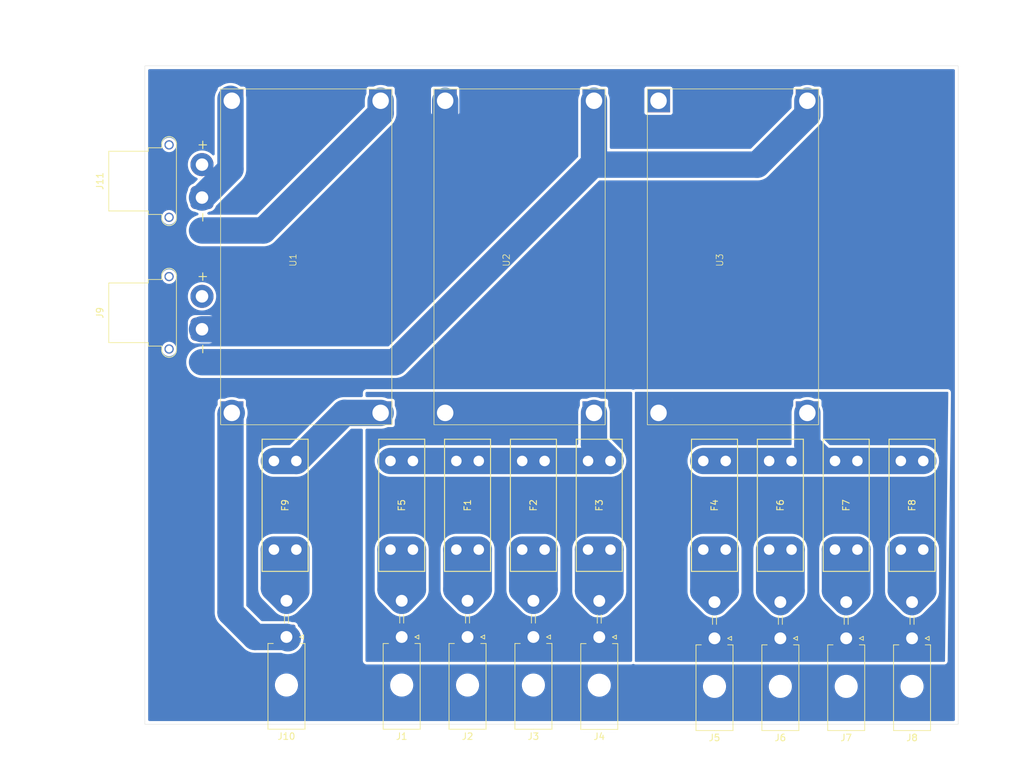
<source format=kicad_pcb>
(kicad_pcb (version 20241229) (generator "pcbnew") (generator_version "9.0")
  (layers (0 "F.Cu" signal) (2 "B.Cu" signal) (13 "F.Paste" user) (15 "B.Paste" user) (5 "F.SilkS" user "F.Silkscreen") (7 "B.SilkS" user "B.Silkscreen") (1 "F.Mask" user) (3 "B.Mask" user) (25 "Edge.Cuts" user))
  (net 0 "")
  (net 1 "Net-(J2-Pin_2)")
  (net 2 "Net-(J3-Pin_2)")
  (net 3 "Net-(J4-Pin_2)")
  (net 4 "Net-(J5-Pin_2)")
  (net 5 "Net-(J1-Pin_2)")
  (net 6 "Net-(J6-Pin_2)")
  (net 7 "Net-(J7-Pin_2)")
  (net 8 "Net-(J8-Pin_2)")
  (net 9 "Net-(U3-OUT+)")
  (net 10 "Net-(J10-Pin_2)")
  (net 11 "Net-(J11-Pin_2)")
  (net 12 "Net-(J9-Pin_2)")
  (net 13 "GND")
  (net 14 "Net-(J10-Pin_1)")
  (net 15 "+5V")
  (net 16 "+12V")
  (net 17 "GND1")
  (net 18 "GND2")
  (footprint "components:XL4015E1_buck_converter_module" (layer "F.Cu") (at 135 79.5 90)
    (property "Reference" "U1" (at 0 -0.5 90) (layer "F.SilkS") (effects (font (thickness 0.1))))
    (property "Value" "~")
    (fp_rect (start -25 -11.5) (end 26 14.5) (stroke (width 0.1)) (fill no) (layer "F.SilkS"))
    (pad "1" thru_hole rect (at -23.2 -9.8 90) (size 3.5 3.5) (drill 2.5) (layers "*.Cu" "*.Mask"))
    (pad "1" thru_hole rect (at -23.2 12.8 90) (size 3.5 3.5) (drill 2.5) (layers "*.Cu" "*.Mask"))
    (pad "1" thru_hole rect (at 24.2 -9.8 90) (size 3.5 3.5) (drill 2.5) (layers "*.Cu" "*.Mask"))
    (pad "1" thru_hole rect (at 24.2 12.8 90) (size 3.5 3.5) (drill 2.5) (layers "*.Cu" "*.Mask"))
  )
  (footprint "Connector_Molex:Molex_Mini-Fit_Jr_5569-02A2_2x01_P4.20mm_Horizontal" (layer "F.Cu") (at 228.5 136.931 180)
    (property "Reference" "J8" (at 0 -15.1 0) (layer "F.SilkS"))
    (property "Value" "Conn_01x02_Socket")
    (fp_line (start 2.81 -0.99) (end 2.81 -14.01) (stroke (width 0.12)) (layer "F.SilkS"))
    (fp_line (start 2.81 -14.01) (end 0 -14.01) (stroke (width 0.12)) (layer "F.SilkS"))
    (fp_line (start 2 -0.99) (end 2.81 -0.99) (stroke (width 0.12)) (layer "F.SilkS"))
    (fp_line (start 0.3 2.11) (end 0.3 3.39) (stroke (width 0.12)) (layer "F.SilkS"))
    (fp_line (start -0.3 2.11) (end -0.3 3.39) (stroke (width 0.12)) (layer "F.SilkS"))
    (fp_line (start -2 0) (end -2.6 0.3) (stroke (width 0.12)) (layer "F.SilkS"))
    (fp_line (start -2 -0.99) (end -2.81 -0.99) (stroke (width 0.12)) (layer "F.SilkS"))
    (fp_line (start -2.6 0.3) (end -2.6 -0.3) (stroke (width 0.12)) (layer "F.SilkS"))
    (fp_line (start -2.6 -0.3) (end -2 0) (stroke (width 0.12)) (layer "F.SilkS"))
    (fp_line (start -2.81 -0.99) (end -2.81 -14.01) (stroke (width 0.12)) (layer "F.SilkS"))
    (fp_line (start -2.81 -14.01) (end 0 -14.01) (stroke (width 0.12)) (layer "F.SilkS"))
    (pad "" np_thru_hole circle (at 0 -7.3 180) (size 3 3) (drill 3) (layers "*.Cu" "*.Mask"))
    (pad "1" thru_hole roundrect (at 0 0 180) (size 2.7 3.7) (drill 1.8) (layers "*.Cu" "*.Mask") (roundrect_rratio 0.092593) (net 18 "GND2"))
    (pad "2" thru_hole oval (at 0 5.5 180) (size 2.7 3.7) (drill 1.8) (layers "*.Cu" "*.Mask") (net 8 "Net-(J8-Pin_2)"))
  )
  (footprint "components:3557-10_KEY" (layer "F.Cu") (at 159.2982 123.462 90)
    (property "Reference" "F1" (at 6.731 1.7018 90) (layer "F.SilkS"))
    (property "Value" "3557-10")
    (fp_line (start 16.764 -1.7907) (end -3.302 -1.7907) (stroke (width 0.1524)) (layer "F.SilkS"))
    (fp_line (start 16.764 -1.7907) (end 16.764 5.1943) (stroke (width 0.1524)) (layer "F.SilkS"))
    (fp_line (start -3.302 -1.7907) (end -3.302 5.1943) (stroke (width 0.1524)) (layer "F.SilkS"))
    (fp_line (start 16.764 5.1943) (end -3.302 5.1943) (stroke (width 0.1524)) (layer "F.SilkS"))
    (pad "1" thru_hole rect (at 0 0 90) (size 2.1082 2.1082) (drill 1.6002) (layers "*.Cu" "*.Mask") (net 1 "Net-(J2-Pin_2)"))
    (pad "2" thru_hole circle (at 0 3.4036 90) (size 2.1082 2.1082) (drill 1.6002) (layers "*.Cu" "*.Mask") (net 1 "Net-(J2-Pin_2)"))
    (pad "3" thru_hole circle (at 13.462 3.4036 90) (size 2.1082 2.1082) (drill 1.6002) (layers "*.Cu" "*.Mask") (net 15 "+5V"))
    (pad "4" thru_hole circle (at 13.462 0 90) (size 2.1082 2.1082) (drill 1.6002) (layers "*.Cu" "*.Mask") (net 15 "+5V"))
  )
  (footprint "components:3557-10_KEY" (layer "F.Cu") (at 179.2982 123.462 90)
    (property "Reference" "F3" (at 6.731 1.7018 90) (layer "F.SilkS"))
    (property "Value" "3557-10")
    (fp_line (start 16.764 -1.7907) (end -3.302 -1.7907) (stroke (width 0.1524)) (layer "F.SilkS"))
    (fp_line (start 16.764 -1.7907) (end 16.764 5.1943) (stroke (width 0.1524)) (layer "F.SilkS"))
    (fp_line (start -3.302 -1.7907) (end -3.302 5.1943) (stroke (width 0.1524)) (layer "F.SilkS"))
    (fp_line (start 16.764 5.1943) (end -3.302 5.1943) (stroke (width 0.1524)) (layer "F.SilkS"))
    (pad "1" thru_hole rect (at 0 0 90) (size 2.1082 2.1082) (drill 1.6002) (layers "*.Cu" "*.Mask") (net 3 "Net-(J4-Pin_2)"))
    (pad "2" thru_hole circle (at 0 3.4036 90) (size 2.1082 2.1082) (drill 1.6002) (layers "*.Cu" "*.Mask") (net 3 "Net-(J4-Pin_2)"))
    (pad "3" thru_hole circle (at 13.462 3.4036 90) (size 2.1082 2.1082) (drill 1.6002) (layers "*.Cu" "*.Mask") (net 15 "+5V"))
    (pad "4" thru_hole circle (at 13.462 0 90) (size 2.1082 2.1082) (drill 1.6002) (layers "*.Cu" "*.Mask") (net 15 "+5V"))
  )
  (footprint "components:3557-10_KEY" (layer "F.Cu") (at 206.7982 123.462 90)
    (property "Reference" "F6" (at 6.731 1.7018 90) (layer "F.SilkS"))
    (property "Value" "3557-10")
    (fp_line (start 16.764 -1.7907) (end -3.302 -1.7907) (stroke (width 0.1524)) (layer "F.SilkS"))
    (fp_line (start 16.764 -1.7907) (end 16.764 5.1943) (stroke (width 0.1524)) (layer "F.SilkS"))
    (fp_line (start -3.302 -1.7907) (end -3.302 5.1943) (stroke (width 0.1524)) (layer "F.SilkS"))
    (fp_line (start 16.764 5.1943) (end -3.302 5.1943) (stroke (width 0.1524)) (layer "F.SilkS"))
    (pad "1" thru_hole rect (at 0 0 90) (size 2.1082 2.1082) (drill 1.6002) (layers "*.Cu" "*.Mask") (net 6 "Net-(J6-Pin_2)"))
    (pad "2" thru_hole circle (at 0 3.4036 90) (size 2.1082 2.1082) (drill 1.6002) (layers "*.Cu" "*.Mask") (net 6 "Net-(J6-Pin_2)"))
    (pad "3" thru_hole circle (at 13.462 3.4036 90) (size 2.1082 2.1082) (drill 1.6002) (layers "*.Cu" "*.Mask") (net 16 "+12V"))
    (pad "4" thru_hole circle (at 13.462 0 90) (size 2.1082 2.1082) (drill 1.6002) (layers "*.Cu" "*.Mask") (net 16 "+12V"))
  )
  (footprint "components:3557-10_KEY" (layer "F.Cu") (at 149.2982 123.462 90)
    (property "Reference" "F5" (at 6.731 1.7018 90) (layer "F.SilkS"))
    (property "Value" "3557-10")
    (fp_line (start 16.764 -1.7907) (end -3.302 -1.7907) (stroke (width 0.1524)) (layer "F.SilkS"))
    (fp_line (start 16.764 -1.7907) (end 16.764 5.1943) (stroke (width 0.1524)) (layer "F.SilkS"))
    (fp_line (start -3.302 -1.7907) (end -3.302 5.1943) (stroke (width 0.1524)) (layer "F.SilkS"))
    (fp_line (start 16.764 5.1943) (end -3.302 5.1943) (stroke (width 0.1524)) (layer "F.SilkS"))
    (pad "1" thru_hole rect (at 0 0 90) (size 2.1082 2.1082) (drill 1.6002) (layers "*.Cu" "*.Mask") (net 5 "Net-(J1-Pin_2)"))
    (pad "2" thru_hole circle (at 0 3.4036 90) (size 2.1082 2.1082) (drill 1.6002) (layers "*.Cu" "*.Mask") (net 5 "Net-(J1-Pin_2)"))
    (pad "3" thru_hole circle (at 13.462 3.4036 90) (size 2.1082 2.1082) (drill 1.6002) (layers "*.Cu" "*.Mask") (net 15 "+5V"))
    (pad "4" thru_hole circle (at 13.462 0 90) (size 2.1082 2.1082) (drill 1.6002) (layers "*.Cu" "*.Mask") (net 15 "+5V"))
  )
  (footprint "components:3557-10_KEY" (layer "F.Cu") (at 226.7982 123.462 90)
    (property "Reference" "F8" (at 6.731 1.7018 90) (layer "F.SilkS"))
    (property "Value" "3557-10")
    (fp_line (start 16.764 -1.7907) (end -3.302 -1.7907) (stroke (width 0.1524)) (layer "F.SilkS"))
    (fp_line (start 16.764 -1.7907) (end 16.764 5.1943) (stroke (width 0.1524)) (layer "F.SilkS"))
    (fp_line (start -3.302 -1.7907) (end -3.302 5.1943) (stroke (width 0.1524)) (layer "F.SilkS"))
    (fp_line (start 16.764 5.1943) (end -3.302 5.1943) (stroke (width 0.1524)) (layer "F.SilkS"))
    (pad "1" thru_hole rect (at 0 0 90) (size 2.1082 2.1082) (drill 1.6002) (layers "*.Cu" "*.Mask") (net 8 "Net-(J8-Pin_2)"))
    (pad "2" thru_hole circle (at 0 3.4036 90) (size 2.1082 2.1082) (drill 1.6002) (layers "*.Cu" "*.Mask") (net 8 "Net-(J8-Pin_2)"))
    (pad "3" thru_hole circle (at 13.462 3.4036 90) (size 2.1082 2.1082) (drill 1.6002) (layers "*.Cu" "*.Mask") (net 16 "+12V"))
    (pad "4" thru_hole circle (at 13.462 0 90) (size 2.1082 2.1082) (drill 1.6002) (layers "*.Cu" "*.Mask") (net 16 "+12V"))
  )
  (footprint "Connector_Molex:Molex_Mini-Fit_Jr_5569-02A2_2x01_P4.20mm_Horizontal" (layer "F.Cu") (at 181 136.75 180)
    (property "Reference" "J4" (at 0 -15.1 0) (layer "F.SilkS"))
    (property "Value" "Conn_01x02_Socket")
    (fp_line (start 2.81 -0.99) (end 2.81 -14.01) (stroke (width 0.12)) (layer "F.SilkS"))
    (fp_line (start 2.81 -14.01) (end 0 -14.01) (stroke (width 0.12)) (layer "F.SilkS"))
    (fp_line (start 2 -0.99) (end 2.81 -0.99) (stroke (width 0.12)) (layer "F.SilkS"))
    (fp_line (start 0.3 2.11) (end 0.3 3.39) (stroke (width 0.12)) (layer "F.SilkS"))
    (fp_line (start -0.3 2.11) (end -0.3 3.39) (stroke (width 0.12)) (layer "F.SilkS"))
    (fp_line (start -2 0) (end -2.6 0.3) (stroke (width 0.12)) (layer "F.SilkS"))
    (fp_line (start -2 -0.99) (end -2.81 -0.99) (stroke (width 0.12)) (layer "F.SilkS"))
    (fp_line (start -2.6 0.3) (end -2.6 -0.3) (stroke (width 0.12)) (layer "F.SilkS"))
    (fp_line (start -2.6 -0.3) (end -2 0) (stroke (width 0.12)) (layer "F.SilkS"))
    (fp_line (start -2.81 -0.99) (end -2.81 -14.01) (stroke (width 0.12)) (layer "F.SilkS"))
    (fp_line (start -2.81 -14.01) (end 0 -14.01) (stroke (width 0.12)) (layer "F.SilkS"))
    (pad "" np_thru_hole circle (at 0 -7.3 180) (size 3 3) (drill 3) (layers "*.Cu" "*.Mask"))
    (pad "1" thru_hole roundrect (at 0 0 180) (size 2.7 3.7) (drill 1.8) (layers "*.Cu" "*.Mask") (roundrect_rratio 0.092593) (net 17 "GND1"))
    (pad "2" thru_hole oval (at 0 5.5 180) (size 2.7 3.7) (drill 1.8) (layers "*.Cu" "*.Mask") (net 3 "Net-(J4-Pin_2)"))
  )
  (footprint "Connector_Molex:Molex_Mini-Fit_Jr_5569-02A2_2x01_P4.20mm_Horizontal" (layer "F.Cu") (at 133.5 136.725 180)
    (property "Reference" "J10" (at 0 -15.1 0) (layer "F.SilkS"))
    (property "Value" "Conn_01x02_Socket")
    (fp_line (start 2.81 -0.99) (end 2.81 -14.01) (stroke (width 0.12)) (layer "F.SilkS"))
    (fp_line (start 2.81 -14.01) (end 0 -14.01) (stroke (width 0.12)) (layer "F.SilkS"))
    (fp_line (start 2 -0.99) (end 2.81 -0.99) (stroke (width 0.12)) (layer "F.SilkS"))
    (fp_line (start 0.3 2.11) (end 0.3 3.39) (stroke (width 0.12)) (layer "F.SilkS"))
    (fp_line (start -0.3 2.11) (end -0.3 3.39) (stroke (width 0.12)) (layer "F.SilkS"))
    (fp_line (start -2 0) (end -2.6 0.3) (stroke (width 0.12)) (layer "F.SilkS"))
    (fp_line (start -2 -0.99) (end -2.81 -0.99) (stroke (width 0.12)) (layer "F.SilkS"))
    (fp_line (start -2.6 0.3) (end -2.6 -0.3) (stroke (width 0.12)) (layer "F.SilkS"))
    (fp_line (start -2.6 -0.3) (end -2 0) (stroke (width 0.12)) (layer "F.SilkS"))
    (fp_line (start -2.81 -0.99) (end -2.81 -14.01) (stroke (width 0.12)) (layer "F.SilkS"))
    (fp_line (start -2.81 -14.01) (end 0 -14.01) (stroke (width 0.12)) (layer "F.SilkS"))
    (pad "" np_thru_hole circle (at 0 -7.3 180) (size 3 3) (drill 3) (layers "*.Cu" "*.Mask"))
    (pad "1" thru_hole roundrect (at 0 0 180) (size 2.7 3.7) (drill 1.8) (layers "*.Cu" "*.Mask") (roundrect_rratio 0.092593) (net 14 "Net-(J10-Pin_1)"))
    (pad "2" thru_hole oval (at 0 5.5 180) (size 2.7 3.7) (drill 1.8) (layers "*.Cu" "*.Mask") (net 10 "Net-(J10-Pin_2)"))
  )
  (footprint "Connector_Molex:Molex_Mini-Fit_Jr_5569-02A2_2x01_P4.20mm_Horizontal" (layer "F.Cu") (at 198.5 136.931 180)
    (property "Reference" "J5" (at 0 -15.1 0) (layer "F.SilkS"))
    (property "Value" "Conn_01x02_Socket")
    (fp_line (start 2.81 -0.99) (end 2.81 -14.01) (stroke (width 0.12)) (layer "F.SilkS"))
    (fp_line (start 2.81 -14.01) (end 0 -14.01) (stroke (width 0.12)) (layer "F.SilkS"))
    (fp_line (start 2 -0.99) (end 2.81 -0.99) (stroke (width 0.12)) (layer "F.SilkS"))
    (fp_line (start 0.3 2.11) (end 0.3 3.39) (stroke (width 0.12)) (layer "F.SilkS"))
    (fp_line (start -0.3 2.11) (end -0.3 3.39) (stroke (width 0.12)) (layer "F.SilkS"))
    (fp_line (start -2 0) (end -2.6 0.3) (stroke (width 0.12)) (layer "F.SilkS"))
    (fp_line (start -2 -0.99) (end -2.81 -0.99) (stroke (width 0.12)) (layer "F.SilkS"))
    (fp_line (start -2.6 0.3) (end -2.6 -0.3) (stroke (width 0.12)) (layer "F.SilkS"))
    (fp_line (start -2.6 -0.3) (end -2 0) (stroke (width 0.12)) (layer "F.SilkS"))
    (fp_line (start -2.81 -0.99) (end -2.81 -14.01) (stroke (width 0.12)) (layer "F.SilkS"))
    (fp_line (start -2.81 -14.01) (end 0 -14.01) (stroke (width 0.12)) (layer "F.SilkS"))
    (pad "" np_thru_hole circle (at 0 -7.3 180) (size 3 3) (drill 3) (layers "*.Cu" "*.Mask"))
    (pad "1" thru_hole roundrect (at 0 0 180) (size 2.7 3.7) (drill 1.8) (layers "*.Cu" "*.Mask") (roundrect_rratio 0.092593) (net 18 "GND2"))
    (pad "2" thru_hole oval (at 0 5.5 180) (size 2.7 3.7) (drill 1.8) (layers "*.Cu" "*.Mask") (net 4 "Net-(J5-Pin_2)"))
  )
  (footprint "components:XL4015E1_buck_converter_module" (layer "F.Cu") (at 167.4 79.5 90)
    (property "Reference" "U2" (at 0 -0.5 90) (layer "F.SilkS") (effects (font (thickness 0.1))))
    (property "Value" "~")
    (fp_rect (start -25 -11.5) (end 26 14.5) (stroke (width 0.1)) (fill no) (layer "F.SilkS"))
    (pad "1" thru_hole rect (at -23.2 -9.8 90) (size 3.5 3.5) (drill 2.5) (layers "*.Cu" "*.Mask") (net 17 "GND1"))
    (pad "1" thru_hole rect (at -23.2 12.8 90) (size 3.5 3.5) (drill 2.5) (layers "*.Cu" "*.Mask"))
    (pad "1" thru_hole rect (at 24.2 -9.8 90) (size 3.5 3.5) (drill 2.5) (layers "*.Cu" "*.Mask"))
    (pad "1" thru_hole rect (at 24.2 12.8 90) (size 3.5 3.5) (drill 2.5) (layers "*.Cu" "*.Mask"))
  )
  (footprint "Connector_AMASS:AMASS_XT30PW-F_1x02_P2.50mm_Horizontal" (layer "F.Cu") (at 120.675 70 90)
    (property "Reference" "J11" (at 2.5 -15.5 90) (layer "F.SilkS"))
    (property "Value" "Conn_01x02_Socket")
    (fp_line (start 7.03 -14.16) (end 7.03 -8.16) (stroke (width 0.12)) (layer "F.SilkS"))
    (fp_line (start -2.03 -14.16) (end 7 -14.16) (stroke (width 0.12)) (layer "F.SilkS"))
    (fp_line (start -2.03 -14.16) (end -2.03 -8.16) (stroke (width 0.12)) (layer "F.SilkS"))
    (fp_line (start 7.56 -8.16) (end 7.56 -6.11) (stroke (width 0.12)) (layer "F.SilkS"))
    (fp_line (start 7.03 -8.16) (end 7.56 -8.16) (stroke (width 0.12)) (layer "F.SilkS"))
    (fp_line (start -2.56 -8.16) (end -2.03 -8.16) (stroke (width 0.12)) (layer "F.SilkS"))
    (fp_line (start -2.56 -8.16) (end -2.56 -6.11) (stroke (width 0.12)) (layer "F.SilkS"))
    (fp_line (start 7.56 -6.11) (end 8.26 -6.11) (stroke (width 0.12)) (layer "F.SilkS"))
    (fp_line (start -3.26 -6.11) (end -2.56 -6.11) (stroke (width 0.12)) (layer "F.SilkS"))
    (fp_line (start -3.26 -3.89) (end 8.26 -3.89) (stroke (width 0.12)) (layer "F.SilkS"))
    (fp_arc (start 8.15 -6.11) (mid 9.26 -5) (end 8.15 -3.89) (stroke (width 0.12)) (layer "F.SilkS"))
    (fp_arc (start -3.321729 -3.903365) (mid -4.256653 -5.086124) (end -3.15 -6.11) (stroke (width 0.12)) (layer "F.SilkS"))
    (fp_text user "+" (at 8 0 90) (layer "F.SilkS") (effects (font (size 1.5 1.5))))
    (fp_text user "-" (at -3 0 90) (layer "F.SilkS") (effects (font (size 1.5 1.5))))
    (pad "" thru_hole circle (at -3 -5 180) (size 1.4 1.4) (drill 1) (layers "*.Cu" "*.Mask"))
    (pad "" thru_hole circle (at 8 -5 90) (size 1.4 1.4) (drill 1) (layers "*.Cu" "*.Mask"))
    (pad "1" thru_hole roundrect (at 0 0 90) (size 3.5 3.5) (drill 1.9) (layers "*.Cu" "*.Mask") (roundrect_rratio 0.22) (net 14 "Net-(J10-Pin_1)"))
    (pad "2" thru_hole circle (at 5 0 90) (size 3.5 3.5) (drill 1.9) (layers "*.Cu" "*.Mask") (net 11 "Net-(J11-Pin_2)"))
  )
  (footprint "Connector_Molex:Molex_Mini-Fit_Jr_5569-02A2_2x01_P4.20mm_Horizontal" (layer "F.Cu") (at 171 136.731 180)
    (property "Reference" "J3" (at 0 -15.1 0) (layer "F.SilkS"))
    (property "Value" "Conn_01x02_Socket")
    (fp_line (start 2.81 -0.99) (end 2.81 -14.01) (stroke (width 0.12)) (layer "F.SilkS"))
    (fp_line (start 2.81 -14.01) (end 0 -14.01) (stroke (width 0.12)) (layer "F.SilkS"))
    (fp_line (start 2 -0.99) (end 2.81 -0.99) (stroke (width 0.12)) (layer "F.SilkS"))
    (fp_line (start 0.3 2.11) (end 0.3 3.39) (stroke (width 0.12)) (layer "F.SilkS"))
    (fp_line (start -0.3 2.11) (end -0.3 3.39) (stroke (width 0.12)) (layer "F.SilkS"))
    (fp_line (start -2 0) (end -2.6 0.3) (stroke (width 0.12)) (layer "F.SilkS"))
    (fp_line (start -2 -0.99) (end -2.81 -0.99) (stroke (width 0.12)) (layer "F.SilkS"))
    (fp_line (start -2.6 0.3) (end -2.6 -0.3) (stroke (width 0.12)) (layer "F.SilkS"))
    (fp_line (start -2.6 -0.3) (end -2 0) (stroke (width 0.12)) (layer "F.SilkS"))
    (fp_line (start -2.81 -0.99) (end -2.81 -14.01) (stroke (width 0.12)) (layer "F.SilkS"))
    (fp_line (start -2.81 -14.01) (end 0 -14.01) (stroke (width 0.12)) (layer "F.SilkS"))
    (pad "" np_thru_hole circle (at 0 -7.3 180) (size 3 3) (drill 3) (layers "*.Cu" "*.Mask"))
    (pad "1" thru_hole roundrect (at 0 0 180) (size 2.7 3.7) (drill 1.8) (layers "*.Cu" "*.Mask") (roundrect_rratio 0.092593) (net 17 "GND1"))
    (pad "2" thru_hole oval (at 0 5.5 180) (size 2.7 3.7) (drill 1.8) (layers "*.Cu" "*.Mask") (net 2 "Net-(J3-Pin_2)"))
  )
  (footprint "Connector_Molex:Molex_Mini-Fit_Jr_5569-02A2_2x01_P4.20mm_Horizontal" (layer "F.Cu") (at 218.5 136.931 180)
    (property "Reference" "J7" (at 0 -15.1 0) (layer "F.SilkS"))
    (property "Value" "Conn_01x02_Socket")
    (fp_line (start 2.81 -0.99) (end 2.81 -14.01) (stroke (width 0.12)) (layer "F.SilkS"))
    (fp_line (start 2.81 -14.01) (end 0 -14.01) (stroke (width 0.12)) (layer "F.SilkS"))
    (fp_line (start 2 -0.99) (end 2.81 -0.99) (stroke (width 0.12)) (layer "F.SilkS"))
    (fp_line (start 0.3 2.11) (end 0.3 3.39) (stroke (width 0.12)) (layer "F.SilkS"))
    (fp_line (start -0.3 2.11) (end -0.3 3.39) (stroke (width 0.12)) (layer "F.SilkS"))
    (fp_line (start -2 0) (end -2.6 0.3) (stroke (width 0.12)) (layer "F.SilkS"))
    (fp_line (start -2 -0.99) (end -2.81 -0.99) (stroke (width 0.12)) (layer "F.SilkS"))
    (fp_line (start -2.6 0.3) (end -2.6 -0.3) (stroke (width 0.12)) (layer "F.SilkS"))
    (fp_line (start -2.6 -0.3) (end -2 0) (stroke (width 0.12)) (layer "F.SilkS"))
    (fp_line (start -2.81 -0.99) (end -2.81 -14.01) (stroke (width 0.12)) (layer "F.SilkS"))
    (fp_line (start -2.81 -14.01) (end 0 -14.01) (stroke (width 0.12)) (layer "F.SilkS"))
    (pad "" np_thru_hole circle (at 0 -7.3 180) (size 3 3) (drill 3) (layers "*.Cu" "*.Mask"))
    (pad "1" thru_hole roundrect (at 0 0 180) (size 2.7 3.7) (drill 1.8) (layers "*.Cu" "*.Mask") (roundrect_rratio 0.092593) (net 18 "GND2"))
    (pad "2" thru_hole oval (at 0 5.5 180) (size 2.7 3.7) (drill 1.8) (layers "*.Cu" "*.Mask") (net 7 "Net-(J7-Pin_2)"))
  )
  (footprint "Connector_Molex:Molex_Mini-Fit_Jr_5569-02A2_2x01_P4.20mm_Horizontal" (layer "F.Cu") (at 151 136.731 180)
    (property "Reference" "J1" (at 0 -15.1 0) (layer "F.SilkS"))
    (property "Value" "Conn_01x02_Socket")
    (fp_line (start 2.81 -0.99) (end 2.81 -14.01) (stroke (width 0.12)) (layer "F.SilkS"))
    (fp_line (start 2.81 -14.01) (end 0 -14.01) (stroke (width 0.12)) (layer "F.SilkS"))
    (fp_line (start 2 -0.99) (end 2.81 -0.99) (stroke (width 0.12)) (layer "F.SilkS"))
    (fp_line (start 0.3 2.11) (end 0.3 3.39) (stroke (width 0.12)) (layer "F.SilkS"))
    (fp_line (start -0.3 2.11) (end -0.3 3.39) (stroke (width 0.12)) (layer "F.SilkS"))
    (fp_line (start -2 0) (end -2.6 0.3) (stroke (width 0.12)) (layer "F.SilkS"))
    (fp_line (start -2 -0.99) (end -2.81 -0.99) (stroke (width 0.12)) (layer "F.SilkS"))
    (fp_line (start -2.6 0.3) (end -2.6 -0.3) (stroke (width 0.12)) (layer "F.SilkS"))
    (fp_line (start -2.6 -0.3) (end -2 0) (stroke (width 0.12)) (layer "F.SilkS"))
    (fp_line (start -2.81 -0.99) (end -2.81 -14.01) (stroke (width 0.12)) (layer "F.SilkS"))
    (fp_line (start -2.81 -14.01) (end 0 -14.01) (stroke (width 0.12)) (layer "F.SilkS"))
    (pad "" np_thru_hole circle (at 0 -7.3 180) (size 3 3) (drill 3) (layers "*.Cu" "*.Mask"))
    (pad "1" thru_hole roundrect (at 0 0 180) (size 2.7 3.7) (drill 1.8) (layers "*.Cu" "*.Mask") (roundrect_rratio 0.092593) (net 17 "GND1"))
    (pad "2" thru_hole oval (at 0 5.5 180) (size 2.7 3.7) (drill 1.8) (layers "*.Cu" "*.Mask") (net 5 "Net-(J1-Pin_2)"))
  )
  (footprint "components:3557-10_KEY" (layer "F.Cu") (at 131.5964 123.462 90)
    (property "Reference" "F9" (at 6.731 1.7018 90) (layer "F.SilkS"))
    (property "Value" "3557-10")
    (fp_line (start 16.764 -1.7907) (end -3.302 -1.7907) (stroke (width 0.1524)) (layer "F.SilkS"))
    (fp_line (start 16.764 -1.7907) (end 16.764 5.1943) (stroke (width 0.1524)) (layer "F.SilkS"))
    (fp_line (start -3.302 -1.7907) (end -3.302 5.1943) (stroke (width 0.1524)) (layer "F.SilkS"))
    (fp_line (start 16.764 5.1943) (end -3.302 5.1943) (stroke (width 0.1524)) (layer "F.SilkS"))
    (pad "1" thru_hole rect (at 0 0 90) (size 2.1082 2.1082) (drill 1.6002) (layers "*.Cu" "*.Mask") (net 10 "Net-(J10-Pin_2)"))
    (pad "2" thru_hole circle (at 0 3.4036 90) (size 2.1082 2.1082) (drill 1.6002) (layers "*.Cu" "*.Mask") (net 10 "Net-(J10-Pin_2)"))
    (pad "3" thru_hole circle (at 13.462 3.4036 90) (size 2.1082 2.1082) (drill 1.6002) (layers "*.Cu" "*.Mask") (net 9 "Net-(U3-OUT+)"))
    (pad "4" thru_hole circle (at 13.462 0 90) (size 2.1082 2.1082) (drill 1.6002) (layers "*.Cu" "*.Mask") (net 9 "Net-(U3-OUT+)"))
  )
  (footprint "components:3557-10_KEY" (layer "F.Cu") (at 216.7982 123.462 90)
    (property "Reference" "F7" (at 6.731 1.7018 90) (layer "F.SilkS"))
    (property "Value" "3557-10")
    (fp_line (start 16.764 -1.7907) (end -3.302 -1.7907) (stroke (width 0.1524)) (layer "F.SilkS"))
    (fp_line (start 16.764 -1.7907) (end 16.764 5.1943) (stroke (width 0.1524)) (layer "F.SilkS"))
    (fp_line (start -3.302 -1.7907) (end -3.302 5.1943) (stroke (width 0.1524)) (layer "F.SilkS"))
    (fp_line (start 16.764 5.1943) (end -3.302 5.1943) (stroke (width 0.1524)) (layer "F.SilkS"))
    (pad "1" thru_hole rect (at 0 0 90) (size 2.1082 2.1082) (drill 1.6002) (layers "*.Cu" "*.Mask") (net 7 "Net-(J7-Pin_2)"))
    (pad "2" thru_hole circle (at 0 3.4036 90) (size 2.1082 2.1082) (drill 1.6002) (layers "*.Cu" "*.Mask") (net 7 "Net-(J7-Pin_2)"))
    (pad "3" thru_hole circle (at 13.462 3.4036 90) (size 2.1082 2.1082) (drill 1.6002) (layers "*.Cu" "*.Mask") (net 16 "+12V"))
    (pad "4" thru_hole circle (at 13.462 0 90) (size 2.1082 2.1082) (drill 1.6002) (layers "*.Cu" "*.Mask") (net 16 "+12V"))
  )
  (footprint "Connector_Molex:Molex_Mini-Fit_Jr_5569-02A2_2x01_P4.20mm_Horizontal" (layer "F.Cu") (at 208.5 136.931 180)
    (property "Reference" "J6" (at 0 -15.1 0) (layer "F.SilkS"))
    (property "Value" "Conn_01x02_Socket")
    (fp_line (start 2.81 -0.99) (end 2.81 -14.01) (stroke (width 0.12)) (layer "F.SilkS"))
    (fp_line (start 2.81 -14.01) (end 0 -14.01) (stroke (width 0.12)) (layer "F.SilkS"))
    (fp_line (start 2 -0.99) (end 2.81 -0.99) (stroke (width 0.12)) (layer "F.SilkS"))
    (fp_line (start 0.3 2.11) (end 0.3 3.39) (stroke (width 0.12)) (layer "F.SilkS"))
    (fp_line (start -0.3 2.11) (end -0.3 3.39) (stroke (width 0.12)) (layer "F.SilkS"))
    (fp_line (start -2 0) (end -2.6 0.3) (stroke (width 0.12)) (layer "F.SilkS"))
    (fp_line (start -2 -0.99) (end -2.81 -0.99) (stroke (width 0.12)) (layer "F.SilkS"))
    (fp_line (start -2.6 0.3) (end -2.6 -0.3) (stroke (width 0.12)) (layer "F.SilkS"))
    (fp_line (start -2.6 -0.3) (end -2 0) (stroke (width 0.12)) (layer "F.SilkS"))
    (fp_line (start -2.81 -0.99) (end -2.81 -14.01) (stroke (width 0.12)) (layer "F.SilkS"))
    (fp_line (start -2.81 -14.01) (end 0 -14.01) (stroke (width 0.12)) (layer "F.SilkS"))
    (pad "" np_thru_hole circle (at 0 -7.3 180) (size 3 3) (drill 3) (layers "*.Cu" "*.Mask"))
    (pad "1" thru_hole roundrect (at 0 0 180) (size 2.7 3.7) (drill 1.8) (layers "*.Cu" "*.Mask") (roundrect_rratio 0.092593) (net 18 "GND2"))
    (pad "2" thru_hole oval (at 0 5.5 180) (size 2.7 3.7) (drill 1.8) (layers "*.Cu" "*.Mask") (net 6 "Net-(J6-Pin_2)"))
  )
  (footprint "Connector_Molex:Molex_Mini-Fit_Jr_5569-02A2_2x01_P4.20mm_Horizontal" (layer "F.Cu") (at 161 136.731 180)
    (property "Reference" "J2" (at 0 -15.1 0) (layer "F.SilkS"))
    (property "Value" "Conn_01x02_Socket")
    (fp_line (start 2.81 -0.99) (end 2.81 -14.01) (stroke (width 0.12)) (layer "F.SilkS"))
    (fp_line (start 2.81 -14.01) (end 0 -14.01) (stroke (width 0.12)) (layer "F.SilkS"))
    (fp_line (start 2 -0.99) (end 2.81 -0.99) (stroke (width 0.12)) (layer "F.SilkS"))
    (fp_line (start 0.3 2.11) (end 0.3 3.39) (stroke (width 0.12)) (layer "F.SilkS"))
    (fp_line (start -0.3 2.11) (end -0.3 3.39) (stroke (width 0.12)) (layer "F.SilkS"))
    (fp_line (start -2 0) (end -2.6 0.3) (stroke (width 0.12)) (layer "F.SilkS"))
    (fp_line (start -2 -0.99) (end -2.81 -0.99) (stroke (width 0.12)) (layer "F.SilkS"))
    (fp_line (start -2.6 0.3) (end -2.6 -0.3) (stroke (width 0.12)) (layer "F.SilkS"))
    (fp_line (start -2.6 -0.3) (end -2 0) (stroke (width 0.12)) (layer "F.SilkS"))
    (fp_line (start -2.81 -0.99) (end -2.81 -14.01) (stroke (width 0.12)) (layer "F.SilkS"))
    (fp_line (start -2.81 -14.01) (end 0 -14.01) (stroke (width 0.12)) (layer "F.SilkS"))
    (pad "" np_thru_hole circle (at 0 -7.3 180) (size 3 3) (drill 3) (layers "*.Cu" "*.Mask"))
    (pad "1" thru_hole roundrect (at 0 0 180) (size 2.7 3.7) (drill 1.8) (layers "*.Cu" "*.Mask") (roundrect_rratio 0.092593) (net 17 "GND1"))
    (pad "2" thru_hole oval (at 0 5.5 180) (size 2.7 3.7) (drill 1.8) (layers "*.Cu" "*.Mask") (net 1 "Net-(J2-Pin_2)"))
  )
  (footprint "Connector_AMASS:AMASS_XT30PW-F_1x02_P2.50mm_Horizontal" (layer "F.Cu") (at 120.675 90 90)
    (property "Reference" "J9" (at 2.5 -15.5 90) (layer "F.SilkS"))
    (property "Value" "Conn_01x02_Socket")
    (fp_line (start 7.03 -14.16) (end 7.03 -8.16) (stroke (width 0.12)) (layer "F.SilkS"))
    (fp_line (start -2.03 -14.16) (end 7 -14.16) (stroke (width 0.12)) (layer "F.SilkS"))
    (fp_line (start -2.03 -14.16) (end -2.03 -8.16) (stroke (width 0.12)) (layer "F.SilkS"))
    (fp_line (start 7.56 -8.16) (end 7.56 -6.11) (stroke (width 0.12)) (layer "F.SilkS"))
    (fp_line (start 7.03 -8.16) (end 7.56 -8.16) (stroke (width 0.12)) (layer "F.SilkS"))
    (fp_line (start -2.56 -8.16) (end -2.03 -8.16) (stroke (width 0.12)) (layer "F.SilkS"))
    (fp_line (start -2.56 -8.16) (end -2.56 -6.11) (stroke (width 0.12)) (layer "F.SilkS"))
    (fp_line (start 7.56 -6.11) (end 8.26 -6.11) (stroke (width 0.12)) (layer "F.SilkS"))
    (fp_line (start -3.26 -6.11) (end -2.56 -6.11) (stroke (width 0.12)) (layer "F.SilkS"))
    (fp_line (start -3.26 -3.89) (end 8.26 -3.89) (stroke (width 0.12)) (layer "F.SilkS"))
    (fp_arc (start 8.15 -6.11) (mid 9.26 -5) (end 8.15 -3.89) (stroke (width 0.12)) (layer "F.SilkS"))
    (fp_arc (start -3.321729 -3.903365) (mid -4.256653 -5.086124) (end -3.15 -6.11) (stroke (width 0.12)) (layer "F.SilkS"))
    (fp_text user "+" (at 8 0 90) (layer "F.SilkS") (effects (font (size 1.5 1.5))))
    (fp_text user "-" (at -3 0 90) (layer "F.SilkS") (effects (font (size 1.5 1.5))))
    (pad "" thru_hole circle (at -3 -5 180) (size 1.4 1.4) (drill 1) (layers "*.Cu" "*.Mask"))
    (pad "" thru_hole circle (at 8 -5 90) (size 1.4 1.4) (drill 1) (layers "*.Cu" "*.Mask"))
    (pad "1" thru_hole roundrect (at 0 0 90) (size 3.5 3.5) (drill 1.9) (layers "*.Cu" "*.Mask") (roundrect_rratio 0.22) (net 13 "GND"))
    (pad "2" thru_hole circle (at 5 0 90) (size 3.5 3.5) (drill 1.9) (layers "*.Cu" "*.Mask") (net 12 "Net-(J9-Pin_2)"))
  )
  (footprint "components:XL4015E1_buck_converter_module" (layer "F.Cu") (at 199.8 79.5 90)
    (property "Reference" "U3" (at 0 -0.5 90) (layer "F.SilkS") (effects (font (thickness 0.1))))
    (property "Value" "~")
    (fp_rect (start -25 -11.5) (end 26 14.5) (stroke (width 0.1)) (fill no) (layer "F.SilkS"))
    (pad "1" thru_hole rect (at -23.2 -9.8 90) (size 3.5 3.5) (drill 2.5) (layers "*.Cu" "*.Mask") (net 18 "GND2"))
    (pad "1" thru_hole rect (at -23.2 12.8 90) (size 3.5 3.5) (drill 2.5) (layers "*.Cu" "*.Mask"))
    (pad "1" thru_hole rect (at 24.2 -9.8 90) (size 3.5 3.5) (drill 2.5) (layers "*.Cu" "*.Mask"))
    (pad "1" thru_hole rect (at 24.2 12.8 90) (size 3.5 3.5) (drill 2.5) (layers "*.Cu" "*.Mask"))
  )
  (footprint "components:3557-10_KEY" (layer "F.Cu") (at 169.2982 123.462 90)
    (property "Reference" "F2" (at 6.731 1.7018 90) (layer "F.SilkS"))
    (property "Value" "3557-10")
    (fp_line (start 16.764 -1.7907) (end -3.302 -1.7907) (stroke (width 0.1524)) (layer "F.SilkS"))
    (fp_line (start 16.764 -1.7907) (end 16.764 5.1943) (stroke (width 0.1524)) (layer "F.SilkS"))
    (fp_line (start -3.302 -1.7907) (end -3.302 5.1943) (stroke (width 0.1524)) (layer "F.SilkS"))
    (fp_line (start 16.764 5.1943) (end -3.302 5.1943) (stroke (width 0.1524)) (layer "F.SilkS"))
    (pad "1" thru_hole rect (at 0 0 90) (size 2.1082 2.1082) (drill 1.6002) (layers "*.Cu" "*.Mask") (net 2 "Net-(J3-Pin_2)"))
    (pad "2" thru_hole circle (at 0 3.4036 90) (size 2.1082 2.1082) (drill 1.6002) (layers "*.Cu" "*.Mask") (net 2 "Net-(J3-Pin_2)"))
    (pad "3" thru_hole circle (at 13.462 3.4036 90) (size 2.1082 2.1082) (drill 1.6002) (layers "*.Cu" "*.Mask") (net 15 "+5V"))
    (pad "4" thru_hole circle (at 13.462 0 90) (size 2.1082 2.1082) (drill 1.6002) (layers "*.Cu" "*.Mask") (net 15 "+5V"))
  )
  (footprint "components:3557-10_KEY" (layer "F.Cu") (at 196.7982 123.462 90)
    (property "Reference" "F4" (at 6.731 1.7018 90) (layer "F.SilkS"))
    (property "Value" "3557-10")
    (fp_line (start 16.764 -1.7907) (end -3.302 -1.7907) (stroke (width 0.1524)) (layer "F.SilkS"))
    (fp_line (start 16.764 -1.7907) (end 16.764 5.1943) (stroke (width 0.1524)) (layer "F.SilkS"))
    (fp_line (start -3.302 -1.7907) (end -3.302 5.1943) (stroke (width 0.1524)) (layer "F.SilkS"))
    (fp_line (start 16.764 5.1943) (end -3.302 5.1943) (stroke (width 0.1524)) (layer "F.SilkS"))
    (pad "1" thru_hole rect (at 0 0 90) (size 2.1082 2.1082) (drill 1.6002) (layers "*.Cu" "*.Mask") (net 4 "Net-(J5-Pin_2)"))
    (pad "2" thru_hole circle (at 0 3.4036 90) (size 2.1082 2.1082) (drill 1.6002) (layers "*.Cu" "*.Mask") (net 4 "Net-(J5-Pin_2)"))
    (pad "3" thru_hole circle (at 13.462 3.4036 90) (size 2.1082 2.1082) (drill 1.6002) (layers "*.Cu" "*.Mask") (net 16 "+12V"))
    (pad "4" thru_hole circle (at 13.462 0 90) (size 2.1082 2.1082) (drill 1.6002) (layers "*.Cu" "*.Mask") (net 16 "+12V"))
  )
  (gr_rect (start 112 50) (end 235.5 150) (stroke (width 0.05)) (fill no) (layer "Edge.Cuts"))
  (segment (start 162.7018 129.5292) (end 161 131.231) (width 4) (layer "B.Cu") (net 1))
  (segment (start 159.2982 123.462) (end 162.7018 123.462) (width 4) (layer "B.Cu") (net 1))
  (segment (start 159.2982 123.462) (end 159.2982 129.5292) (width 4) (layer "B.Cu") (net 1))
  (segment (start 159.2982 129.5292) (end 161 131.231) (width 4) (layer "B.Cu") (net 1))
  (segment (start 162.7018 123.462) (end 162.7018 129.5292) (width 4) (layer "B.Cu") (net 1))
  (segment (start 172.7018 123.462) (end 172.7018 129.5292) (width 4) (layer "B.Cu") (net 2))
  (segment (start 169.2982 123.462) (end 172.7018 123.462) (width 4) (layer "B.Cu") (net 2))
  (segment (start 169.2982 123.462) (end 169.2982 129.5292) (width 4) (layer "B.Cu") (net 2))
  (segment (start 172.7018 129.5292) (end 171 131.231) (width 4) (layer "B.Cu") (net 2))
  (segment (start 169.2982 129.5292) (end 171 131.231) (width 4) (layer "B.Cu") (net 2))
  (segment (start 179.2982 129.7292) (end 181 131.431) (width 4) (layer "B.Cu") (net 3))
  (segment (start 179.2982 123.462) (end 182.7018 123.462) (width 4) (layer "B.Cu") (net 3))
  (segment (start 182.7018 129.7292) (end 181 131.431) (width 4) (layer "B.Cu") (net 3))
  (segment (start 179.2982 123.462) (end 179.2982 129.7292) (width 4) (layer "B.Cu") (net 3))
  (segment (start 182.7018 123.462) (end 182.7018 129.7292) (width 4) (layer "B.Cu") (net 3))
  (segment (start 196.7982 123.462) (end 196.7982 129.7292) (width 4) (layer "B.Cu") (net 4))
  (segment (start 200.2018 123.462) (end 200.2018 129.7292) (width 4) (layer "B.Cu") (net 4))
  (segment (start 200.2018 129.7292) (end 198.5 131.431) (width 4) (layer "B.Cu") (net 4))
  (segment (start 196.7982 129.7292) (end 198.5 131.431) (width 4) (layer "B.Cu") (net 4))
  (segment (start 196.7982 123.462) (end 200.2018 123.462) (width 4) (layer "B.Cu") (net 4))
  (segment (start 149.2982 123.462) (end 149.2982 129.5292) (width 4) (layer "B.Cu") (net 5))
  (segment (start 149.2982 123.462) (end 152.7018 123.462) (width 4) (layer "B.Cu") (net 5))
  (segment (start 152.7018 129.5292) (end 151 131.231) (width 4) (layer "B.Cu") (net 5))
  (segment (start 152.7018 123.462) (end 152.7018 129.5292) (width 4) (layer "B.Cu") (net 5))
  (segment (start 149.2982 129.5292) (end 151 131.231) (width 4) (layer "B.Cu") (net 5))
  (segment (start 206.7982 123.462) (end 206.7982 129.7292) (width 4) (layer "B.Cu") (net 6))
  (segment (start 210.2018 123.462) (end 210.2018 129.7292) (width 4) (layer "B.Cu") (net 6))
  (segment (start 210.2018 129.7292) (end 208.5 131.431) (width 4) (layer "B.Cu") (net 6))
  (segment (start 206.7982 123.462) (end 210.2018 123.462) (width 4) (layer "B.Cu") (net 6))
  (segment (start 206.7982 129.7292) (end 208.5 131.431) (width 4) (layer "B.Cu") (net 6))
  (segment (start 220.2018 129.7292) (end 218.5 131.431) (width 4) (layer "B.Cu") (net 7))
  (segment (start 216.7982 123.462) (end 220.2018 123.462) (width 4) (layer "B.Cu") (net 7))
  (segment (start 216.7982 129.7292) (end 218.5 131.431) (width 4) (layer "B.Cu") (net 7))
  (segment (start 220.2018 123.462) (end 220.2018 129.7292) (width 4) (layer "B.Cu") (net 7))
  (segment (start 216.7982 123.462) (end 216.7982 129.7292) (width 4) (layer "B.Cu") (net 7))
  (segment (start 230.2018 129.7292) (end 228.5 131.431) (width 4) (layer "B.Cu") (net 8))
  (segment (start 226.7982 129.7292) (end 228.5 131.431) (width 4) (layer "B.Cu") (net 8))
  (segment (start 226.7982 123.462) (end 230.2018 123.462) (width 4) (layer "B.Cu") (net 8))
  (segment (start 230.2018 123.462) (end 230.2018 129.7292) (width 4) (layer "B.Cu") (net 8))
  (segment (start 226.7982 123.462) (end 226.7982 129.7292) (width 4) (layer "B.Cu") (net 8))
  (segment (start 142.3 102.7) (end 135 110) (width 4) (layer "B.Cu") (net 9))
  (segment (start 131.5964 110) (end 135 110) (width 4) (layer "B.Cu") (net 9))
  (segment (start 147.8 102.7) (end 142.3 102.7) (width 4) (layer "B.Cu") (net 9))
  (segment (start 131.5964 123.462) (end 131.5964 129.3214) (width 4) (layer "B.Cu") (net 10))
  (segment (start 131.5964 129.3214) (end 133.5 131.225) (width 4) (layer "B.Cu") (net 10))
  (segment (start 135 123.462) (end 131.5964 123.462) (width 4) (layer "B.Cu") (net 10))
  (segment (start 135 123.462) (end 135 129.725) (width 4) (layer "B.Cu") (net 10))
  (segment (start 135 129.725) (end 133.5 131.225) (width 4) (layer "B.Cu") (net 10))
  (segment (start 120.675 75) (end 130 75) (width 4) (layer "B.Cu") (net 11))
  (segment (start 147.8 55.3) (end 147.8 57.2) (width 4) (layer "B.Cu") (net 11))
  (segment (start 147.8 57.2) (end 130 75) (width 4) (layer "B.Cu") (net 11))
  (segment (start 180.2 55.3) (end 180.2 64.8) (width 4) (layer "B.Cu") (net 12))
  (segment (start 180.4 65) (end 180.2 64.8) (width 4) (layer "B.Cu") (net 12))
  (segment (start 212.6 55.3) (end 212.6 57.4) (width 4) (layer "B.Cu") (net 12))
  (segment (start 205 65) (end 180.4 65) (width 4) (layer "B.Cu") (net 12))
  (segment (start 150 95) (end 180 65) (width 4) (layer "B.Cu") (net 12))
  (segment (start 120.675 95) (end 150 95) (width 4) (layer "B.Cu") (net 12))
  (segment (start 212.6 57.4) (end 205 65) (width 4) (layer "B.Cu") (net 12))
  (segment (start 157.6 55.3) (end 157.6 62.4) (width 4) (layer "B.Cu") (net 13))
  (segment (start 157.6 62.4) (end 130 90) (width 4) (layer "B.Cu") (net 13))
  (segment (start 130 90) (end 120.675 90) (width 4) (layer "B.Cu") (net 13))
  (segment (start 133.5 136.725) (end 128.725 136.725) (width 4) (layer "B.Cu") (net 14))
  (segment (start 125 65.675) (end 120.675 70) (width 4) (layer "B.Cu") (net 14))
  (segment (start 133.706 136.931) (end 133.5 136.725) (width 4) (layer "B.Cu") (net 14))
  (segment (start 125.2 102.7) (end 125 102.9) (width 4) (layer "B.Cu") (net 14))
  (segment (start 125 133) (end 125 102.9) (width 4) (layer "B.Cu") (net 14))
  (segment (start 125 55) (end 125 65.675) (width 4) (layer "B.Cu") (net 14))
  (segment (start 128.725 136.725) (end 125 133) (width 4) (layer "B.Cu") (net 14))
  (segment (start 180.2 107.4982) (end 182.7018 110) (width 4) (layer "B.Cu") (net 15))
  (segment (start 180.2 102.7) (end 180.2 107.4982) (width 4) (layer "B.Cu") (net 15))
  (segment (start 149.2982 110) (end 182.7018 110) (width 4) (layer "B.Cu") (net 15))
  (segment (start 212.6 102.7) (end 212.6 107.6) (width 4) (layer "B.Cu") (net 16))
  (segment (start 212.6 107.6) (end 215 110) (width 4) (layer "B.Cu") (net 16))
  (segment (start 196.7982 110) (end 230.2018 110) (width 4) (layer "B.Cu") (net 16))
  (segment (start 157.6 102.9) (end 157.6 102.7) (width 6) (layer "B.Cu") (net 17))
  (segment (start 151 136.731) (end 171 136.731) (width 6) (layer "B.Cu") (net 17))
  (segment (start 157.6 102.9) (end 157.5 103) (width 6) (layer "B.Cu") (net 17))
  (segment (start 171 136.731) (end 180.901 136.731) (width 6) (layer "B.Cu") (net 17))
  (segment (start 198.5 136.931) (end 228.5 136.931) (width 6) (layer "B.Cu") (net 18))
  (segment (start 190 102.7) (end 190 103) (width 6) (layer "B.Cu") (net 18))
  (zone (net 13) (net_name "GND") (layer "B.Cu") (connect_pads no (clearance 0.4)) (min_thickness 0.4) (fill yes (thermal_gap 0.5) (thermal_bridge_width 0.5))
    (polygon (pts (xy 90 40) (xy 90 155) (xy 245.5 155) (xy 245.5 40)))
  )
  (zone (net 17) (net_name "GND1") (layer "B.Cu") (priority 2) (connect_pads (clearance 0.8)) (min_thickness 0.4) (fill yes (thermal_gap 0.5) (thermal_bridge_width 0.5))
    (polygon (pts (xy 186 99.5) (xy 186 140.5) (xy 145.5 140.5) (xy 145.5 99.5)))
  )
  (zone (net 18) (net_name "GND2") (layer "B.Cu") (priority 1) (connect_pads (clearance 0.4)) (min_thickness 0.25) (fill yes (thermal_gap 0.5) (thermal_bridge_width 0.5))
    (polygon (pts (xy 186 99.5) (xy 186 140.5) (xy 233.5 140.5) (xy 234.006173 99.5)))
  )
)
</source>
